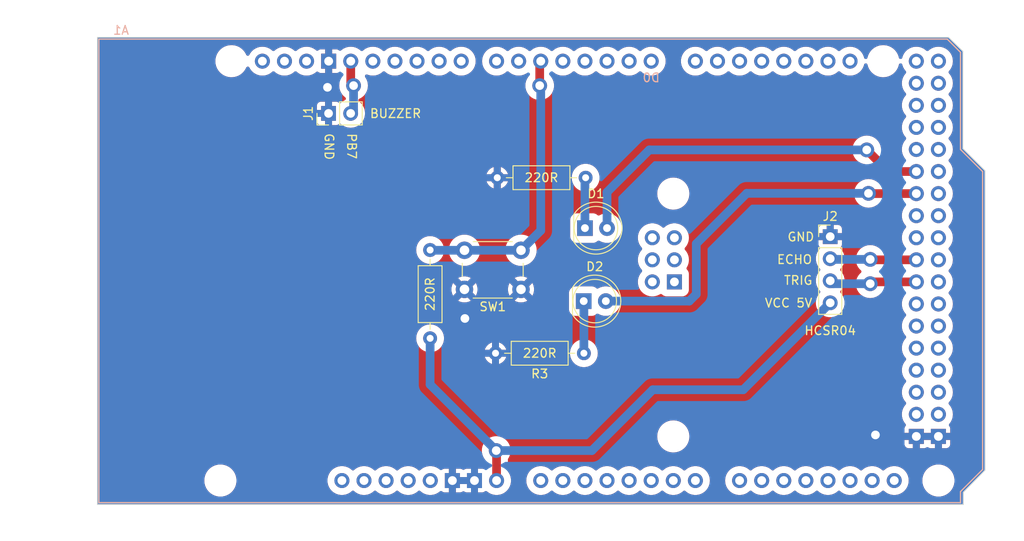
<source format=kicad_pcb>
(kicad_pcb (version 20221018) (generator pcbnew)
  (layers (0 "F.Cu" signal) (31 "B.Cu" signal) (34 "B.Paste" user) (35 "F.Paste" user) (36 "B.SilkS" user "B.Silkscreen") (37 "F.SilkS" user "F.Silkscreen") (38 "B.Mask" user) (39 "F.Mask" user) (44 "Edge.Cuts" user))
  (net 0 "")
  (net 23 "Net-(D2-A)")
  (net 58 "GND")
  (net 67 "Net-(D2-K)")
  (net 75 "Net-(J1-Pin_2)")
  (net 78 "Echo")
  (net 79 "Trig")
  (net 83 "Net-(A1-PadD5)")
  (net 86 "Net-(D1-A)")
  (net 87 "5V")
  (net 88 "3V3")
  (net 89 "Net-(D1-K)")
  (footprint "Resistor_THT:R_Axial_DIN0207_L6.3mm_D2.5mm_P10.16mm_Horizontal" (layer "F.Cu") (at 142.2 100.68 90)
    (fp_text reference "R1" hide)
    (fp_text value "220R" (at 5.08 0 90) (layer "F.SilkS"))
    (fp_line (start 1.04 0) (end 1.81 0) (stroke (width 0.12)) (layer "F.SilkS"))
    (fp_line (start 1.81 -1.37) (end 1.81 1.37) (stroke (width 0.12)) (layer "F.SilkS"))
    (fp_line (start 1.81 1.37) (end 8.35 1.37) (stroke (width 0.12)) (layer "F.SilkS"))
    (fp_line (start 8.35 -1.37) (end 1.81 -1.37) (stroke (width 0.12)) (layer "F.SilkS"))
    (fp_line (start 8.35 1.37) (end 8.35 -1.37) (stroke (width 0.12)) (layer "F.SilkS"))
    (fp_line (start 9.12 0) (end 8.35 0) (stroke (width 0.12)) (layer "F.SilkS"))
    (pad "1" thru_hole circle (at 0 0 90) (size 1.6 1.6) (drill 0.8) (layers "*.Cu" "*.Mask") (net 87 "5V"))
    (pad "2" thru_hole oval (at 10.16 0 90) (size 1.6 1.6) (drill 0.8) (layers "*.Cu" "*.Mask") (net 83 "Net-(A1-PadD5)"))
  )
  (footprint "Button_Switch_THT:SW_PUSH_6mm_H8mm" (layer "F.Cu") (at 152.65 95.05 180)
    (fp_text reference "SW1" (at 3.25 -2) (layer "F.SilkS"))
    (fp_text value "SW_Push")
    (fp_line (start -0.25 1.5) (end -0.25 3) (stroke (width 0.12)) (layer "F.SilkS"))
    (fp_line (start 1 5.5) (end 5.5 5.5) (stroke (width 0.12)) (layer "F.SilkS"))
    (fp_line (start 5.5 -1) (end 1 -1) (stroke (width 0.12)) (layer "F.SilkS"))
    (fp_line (start 6.75 3) (end 6.75 1.5) (stroke (width 0.12)) (layer "F.SilkS"))
    (pad "1" thru_hole circle (at 0 0 270) (size 2 2) (drill 1.1) (layers "*.Cu" "*.Mask") (net 58 "GND"))
    (pad "1" thru_hole circle (at 6.5 0 270) (size 2 2) (drill 1.1) (layers "*.Cu" "*.Mask") (net 58 "GND"))
    (pad "2" thru_hole circle (at 0 4.5 270) (size 2 2) (drill 1.1) (layers "*.Cu" "*.Mask") (net 83 "Net-(A1-PadD5)"))
    (pad "2" thru_hole circle (at 6.5 4.5 270) (size 2 2) (drill 1.1) (layers "*.Cu" "*.Mask") (net 83 "Net-(A1-PadD5)"))
  )
  (footprint "LED_THT:LED_D5.0mm" (layer "F.Cu") (at 159.86 96.4)
    (fp_text reference "D2" (at 1.27 -3.96) (layer "F.SilkS"))
    (fp_text value "LED")
    (fp_line (start -1.29 -1.545) (end -1.29 1.545) (stroke (width 0.12)) (layer "F.SilkS"))
    (fp_arc (start -1.29 -1.54483) (mid 2.072002 -2.880433) (end 4.26 0.000462) (stroke (width 0.12)) (layer "F.SilkS"))
    (fp_arc (start 4.26 -0.000462) (mid 2.072002 2.880433) (end -1.29 1.54483) (stroke (width 0.12)) (layer "F.SilkS"))
    (fp_circle (center 1.27 0) (end 3.77 0) (stroke (width 0.12)) (fill none) (layer "F.SilkS"))
    (pad "1" thru_hole rect (at 0 0) (size 1.8 1.8) (drill 0.9) (layers "*.Cu" "*.Mask") (net 67 "Net-(D2-K)"))
    (pad "2" thru_hole circle (at 2.54 0) (size 1.8 1.8) (drill 0.9) (layers "*.Cu" "*.Mask") (net 23 "Net-(D2-A)"))
  )
  (footprint "PCM_arduino-library:Arduino_Mega2560_R3_Shield" (layer "F.Cu") (at 104.12 119.59)
    (fp_text reference "A1" (at 2.54 -54.356) (layer "B.SilkS") (effects (justify mirror)))
    (fp_text value "Arduino_Mega2560_R3_Shield")
    (fp_text user "D0" (at 63.5 -48.895 unlocked) (layer "B.SilkS") (effects (justify mirror)))
    (fp_line (start 0 -53.34) (end 0 0) (stroke (width 0.15)) (layer "B.SilkS"))
    (fp_line (start 0 -53.34) (end 97.536 -53.34) (stroke (width 0.15)) (layer "B.SilkS"))
    (fp_line (start 0 0) (end 99.06 0) (stroke (width 0.15)) (layer "B.SilkS"))
    (fp_line (start 97.536 -53.34) (end 99.06 -51.816) (stroke (width 0.15)) (layer "B.SilkS"))
    (fp_line (start 99.06 -40.64) (end 99.06 -51.816) (stroke (width 0.15)) (layer "B.SilkS"))
    (fp_line (start 99.06 -1.27) (end 101.6 -3.81) (stroke (width 0.15)) (layer "B.SilkS"))
    (fp_line (start 99.06 0) (end 99.06 -1.27) (stroke (width 0.15)) (layer "B.SilkS"))
    (fp_line (start 101.6 -38.1) (end 99.06 -40.64) (stroke (width 0.15)) (layer "B.SilkS"))
    (fp_line (start 101.6 -3.81) (end 101.6 -38.1) (stroke (width 0.15)) (layer "B.SilkS"))
    (pad "" np_thru_hole circle (at 13.97 -2.54) (size 3.2 3.2) (drill 3.2) (layers "*.Cu" "*.Mask"))
    (pad "" np_thru_hole circle (at 15.24 -50.8) (size 3.2 3.2) (drill 3.2) (layers "*.Cu" "*.Mask"))
    (pad "" thru_hole oval (at 27.94 -2.54) (size 1.7272 1.7272) (drill 1.016) (layers "*.Cu" "*.Mask"))
    (pad "" np_thru_hole circle (at 66.04 -35.56) (size 3.2 3.2) (drill 3.2) (layers "*.Cu" "*.Mask"))
    (pad "" np_thru_hole circle (at 66.04 -7.62) (size 3.2 3.2) (drill 3.2) (layers "*.Cu" "*.Mask"))
    (pad "" np_thru_hole circle (at 90.17 -50.8) (size 3.2 3.2) (drill 3.2) (layers "*.Cu" "*.Mask"))
    (pad "" np_thru_hole circle (at 96.52 -2.54) (size 3.2 3.2) (drill 3.2) (layers "*.Cu" "*.Mask"))
    (pad "3V3" thru_hole oval (at 35.56 -2.54) (size 1.7272 1.7272) (drill 1.016) (layers "*.Cu" "*.Mask") (net 88 "3V3"))
    (pad "5V1" thru_hole oval (at 38.1 -2.54) (size 1.7272 1.7272) (drill 1.016) (layers "*.Cu" "*.Mask"))
    (pad "5V2" thru_hole oval (at 66.167 -30.48) (size 1.7272 1.7272) (drill 1.016) (layers "*.Cu" "*.Mask"))
    (pad "5V3" thru_hole oval (at 93.98 -50.8) (size 1.7272 1.7272) (drill 1.016) (layers "*.Cu" "*.Mask"))
    (pad "5V4" thru_hole oval (at 96.52 -50.8) (size 1.7272 1.7272) (drill 1.016) (layers "*.Cu" "*.Mask"))
    (pad "A0" thru_hole oval (at 50.8 -2.54) (size 1.7272 1.7272) (drill 1.016) (layers "*.Cu" "*.Mask"))
    (pad "A1" thru_hole oval (at 53.34 -2.54) (size 1.7272 1.7272) (drill 1.016) (layers "*.Cu" "*.Mask"))
    (pad "A2" thru_hole oval (at 55.88 -2.54) (size 1.7272 1.7272) (drill 1.016) (layers "*.Cu" "*.Mask"))
    (pad "A3" thru_hole oval (at 58.42 -2.54) (size 1.7272 1.7272) (drill 1.016) (layers "*.Cu" "*.Mask"))
    (pad "A4" thru_hole oval (at 60.96 -2.54) (size 1.7272 1.7272) (drill 1.016) (layers "*.Cu" "*.Mask"))
    (pad "A5" thru_hole oval (at 63.5 -2.54) (size 1.7272 1.7272) (drill 1.016) (layers "*.Cu" "*.Mask"))
    (pad "A6" thru_hole oval (at 66.04 -2.54) (size 1.7272 1.7272) (drill 1.016) (layers "*.Cu" "*.Mask"))
    (pad "A7" thru_hole oval (at 68.58 -2.54) (size 1.7272 1.7272) (drill 1.016) (layers "*.Cu" "*.Mask"))
    (pad "A8" thru_hole oval (at 73.66 -2.54) (size 1.7272 1.7272) (drill 1.016) (layers "*.Cu" "*.Mask"))
    (pad "A9" thru_hole oval (at 76.2 -2.54) (size 1.7272 1.7272) (drill 1.016) (layers "*.Cu" "*.Mask"))
    (pad "A10" thru_hole oval (at 78.74 -2.54) (size 1.7272 1.7272) (drill 1.016) (layers "*.Cu" "*.Mask"))
    (pad "A11" thru_hole oval (at 81.28 -2.54) (size 1.7272 1.7272) (drill 1.016) (layers "*.Cu" "*.Mask"))
    (pad "A12" thru_hole oval (at 83.82 -2.54) (size 1.7272 1.7272) (drill 1.016) (layers "*.Cu" "*.Mask"))
    (pad "A13" thru_hole oval (at 86.36 -2.54) (size 1.7272 1.7272) (drill 1.016) (layers "*.Cu" "*.Mask"))
    (pad "A14" thru_hole oval (at 88.9 -2.54) (size 1.7272 1.7272) (drill 1.016) (layers "*.Cu" "*.Mask"))
    (pad "A15" thru_hole oval (at 91.44 -2.54) (size 1.7272 1.7272) (drill 1.016) (layers "*.Cu" "*.Mask"))
    (pad "AREF" thru_hole oval (at 23.876 -50.8) (size 1.7272 1.7272) (drill 1.016) (layers "*.Cu" "*.Mask"))
    (pad "D0" thru_hole oval (at 63.5 -50.8) (size 1.7272 1.7272) (drill 1.016) (layers "*.Cu" "*.Mask"))
    (pad "D1" thru_hole oval (at 60.96 -50.8) (size 1.7272 1.7272) (drill 1.016) (layers "*.Cu" "*.Mask"))
    (pad "D2" thru_hole oval (at 58.42 -50.8) (size 1.7272 1.7272) (drill 1.016) (layers "*.Cu" "*.Mask"))
    (pad "D3" thru_hole oval (at 55.88 -50.8) (size 1.7272 1.7272) (drill 1.016) (layers "*.Cu" "*.Mask"))
    (pad "D4" thru_hole oval (at 53.34 -50.8) (size 1.7272 1.7272) (drill 1.016) (layers "*.Cu" "*.Mask"))
    (pad "D5" thru_hole oval (at 50.8 -50.8) (size 1.7272 1.7272) (drill 1.016) (layers "*.Cu" "*.Mask") (net 83 "Net-(A1-PadD5)"))
    (pad "D6" thru_hole oval (at 48.26 -50.8) (size 1.7272 1.7272) (drill 1.016) (layers "*.Cu" "*.Mask"))
    (pad "D7" thru_hole oval (at 45.72 -50.8) (size 1.7272 1.7272) (drill 1.016) (layers "*.Cu" "*.Mask"))
    (pad "D8" thru_hole oval (at 41.656 -50.8) (size 1.7272 1.7272) (drill 1.016) (layers "*.Cu" "*.Mask"))
    (pad "D9" thru_hole oval (at 39.116 -50.8) (size 1.7272 1.7272) (drill 1.016) (layers "*.Cu" "*.Mask"))
    (pad "D10" thru_hole oval (at 36.576 -50.8) (size 1.7272 1.7272) (drill 1.016) (layers "*.Cu" "*.Mask"))
    (pad "D11" thru_hole oval (at 34.036 -50.8) (size 1.7272 1.7272) (drill 1.016) (layers "*.Cu" "*.Mask"))
    (pad "D12" thru_hole oval (at 31.496 -50.8) (size 1.7272 1.7272) (drill 1.016) (layers "*.Cu" "*.Mask"))
    (pad "D13" thru_hole oval (at 28.956 -50.8) (size 1.7272 1.7272) (drill 1.016) (layers "*.Cu" "*.Mask") (net 75 "Net-(J1-Pin_2)"))
    (pad "D14" thru_hole oval (at 68.58 -50.8) (size 1.7272 1.7272) (drill 1.016) (layers "*.Cu" "*.Mask"))
    (pad "D15" thru_hole oval (at 71.12 -50.8) (size 1.7272 1.7272) (drill 1.016) (layers "*.Cu" "*.Mask"))
    (pad "D16" thru_hole oval (at 73.66 -50.8) (size 1.7272 1.7272) (drill 1.016) (layers "*.Cu" "*.Mask"))
    (pad "D17" thru_hole oval (at 76.2 -50.8) (size 1.7272 1.7272) (drill 1.016) (layers "*.Cu" "*.Mask"))
    (pad "D18" thru_hole oval (at 78.74 -50.8) (size 1.7272 1.7272) (drill 1.016) (layers "*.Cu" "*.Mask"))
    (pad "D19" thru_hole oval (at 81.28 -50.8) (size 1.7272 1.7272) (drill 1.016) (layers "*.Cu" "*.Mask"))
    (pad "D20" thru_hole oval (at 83.82 -50.8) (size 1.7272 1.7272) (drill 1.016) (layers "*.Cu" "*.Mask"))
    (pad "D21" thru_hole oval (at 86.36 -50.8) (size 1.7272 1.7272) (drill 1.016) (layers "*.Cu" "*.Mask"))
    (pad "D22" thru_hole oval (at 93.98 -48.26) (size 1.7272 1.7272) (drill 1.016) (layers "*.Cu" "*.Mask"))
    (pad "D23" thru_hole oval (at 96.52 -48.26) (size 1.7272 1.7272) (drill 1.016) (layers "*.Cu" "*.Mask"))
    (pad "D24" thru_hole oval (at 93.98 -45.72) (size 1.7272 1.7272) (drill 1.016) (layers "*.Cu" "*.Mask"))
    (pad "D25" thru_hole oval (at 96.52 -45.72) (size 1.7272 1.7272) (drill 1.016) (layers "*.Cu" "*.Mask"))
    (pad "D26" thru_hole oval (at 93.98 -43.18) (size 1.7272 1.7272) (drill 1.016) (layers "*.Cu" "*.Mask"))
    (pad "D27" thru_hole oval (at 96.52 -43.18) (size 1.7272 1.7272) (drill 1.016) (layers "*.Cu" "*.Mask"))
    (pad "D28" thru_hole oval (at 93.98 -40.64) (size 1.7272 1.7272) (drill 1.016) (layers "*.Cu" "*.Mask"))
    (pad "D29" thru_hole oval (at 96.52 -40.64) (size 1.7272 1.7272) (drill 1.016) (layers "*.Cu" "*.Mask"))
    (pad "D30" thru_hole oval (at 93.98 -38.1) (size 1.7272 1.7272) (drill 1.016) (layers "*.Cu" "*.Mask") (net 86 "Net-(D1-A)"))
    (pad "D31" thru_hole oval (at 96.52 -38.1) (size 1.7272 1.7272) (drill 1.016) (layers "*.Cu" "*.Mask"))
    (pad "D32" thru_hole oval (at 93.98 -35.56) (size 1.7272 1.7272) (drill 1.016) (layers "*.Cu" "*.Mask") (net 23 "Net-(D2-A)"))
    (pad "D33" thru_hole oval (at 96.52 -35.56) (size 1.7272 1.7272) (drill 1.016) (layers "*.Cu" "*.Mask"))
    (pad "D34" thru_hole oval (at 93.98 -33.02) (size 1.7272 1.7272) (drill 1.016) (layers "*.Cu" "*.Mask"))
    (pad "D35" thru_hole oval (at 96.52 -33.02) (size 1.7272 1.7272) (drill 1.016) (layers "*.Cu" "*.Mask"))
    (pad "D36" thru_hole oval (at 93.98 -30.48) (size 1.7272 1.7272) (drill 1.016) (layers "*.Cu" "*.Mask"))
    (pad "D37" thru_hole oval (at 96.52 -30.48) (size 1.7272 1.7272) (drill 1.016) (layers "*.Cu" "*.Mask"))
    (pad "D38" thru_hole oval (at 93.98 -27.94) (size 1.7272 1.7272) (drill 1.016) (layers "*.Cu" "*.Mask") (net 78 "Echo"))
    (pad "D39" thru_hole oval (at 96.52 -27.94) (size 1.7272 1.7272) (drill 1.016) (layers "*.Cu" "*.Mask"))
    (pad "D40" thru_hole oval (at 93.98 -25.4) (size 1.7272 1.7272) (drill 1.016) (layers "*.Cu" "*.Mask") (net 79 "Trig"))
    (pad "D41" thru_hole oval (at 96.52 -25.4) (size 1.7272 1.7272) (drill 1.016) (layers "*.Cu" "*.Mask"))
    (pad "D42" thru_hole oval (at 93.98 -22.86) (size 1.7272 1.7272) (drill 1.016) (layers "*.Cu" "*.Mask"))
    (pad "D43" thru_hole oval (at 96.52 -22.86) (size 1.7272 1.7272) (drill 1.016) (layers "*.Cu" "*.Mask"))
    (pad "D44" thru_hole oval (at 93.98 -20.32) (size 1.7272 1.7272) (drill 1.016) (layers "*.Cu" "*.Mask"))
    (pad "D45" thru_hole oval (at 96.52 -20.32) (size 1.7272 1.7272) (drill 1.016) (layers "*.Cu" "*.Mask"))
    (pad "D46" thru_hole oval (at 93.98 -17.78) (size 1.7272 1.7272) (drill 1.016) (layers "*.Cu" "*.Mask"))
    (pad "D47" thru_hole oval (at 96.52 -17.78) (size 1.7272 1.7272) (drill 1.016) (layers "*.Cu" "*.Mask"))
    (pad "D48" thru_hole oval (at 93.98 -15.24) (size 1.7272 1.7272) (drill 1.016) (layers "*.Cu" "*.Mask"))
    (pad "D49" thru_hole oval (at 96.52 -15.24) (size 1.7272 1.7272) (drill 1.016) (layers "*.Cu" "*.Mask"))
    (pad "D50" thru_hole oval (at 93.98 -12.7) (size 1.7272 1.7272) (drill 1.016) (layers "*.Cu" "*.Mask"))
    (pad "D51" thru_hole oval (at 96.52 -12.7) (size 1.7272 1.7272) (drill 1.016) (layers "*.Cu" "*.Mask"))
    (pad "D52" thru_hole oval (at 93.98 -10.16) (size 1.7272 1.7272) (drill 1.016) (layers "*.Cu" "*.Mask"))
    (pad "D53" thru_hole oval (at 96.52 -10.16) (size 1.7272 1.7272) (drill 1.016) (layers "*.Cu" "*.Mask"))
    (pad "GND1" thru_hole rect (at 26.416 -50.8) (size 1.7272 1.7272) (drill 1.016) (layers "*.Cu" "*.Mask") (net 58 "GND"))
    (pad "GND2" thru_hole rect (at 40.64 -2.54) (size 1.7272 1.7272) (drill 1.016) (layers "*.Cu" "*.Mask") (net 58 "GND"))
    (pad "GND3" thru_hole rect (at 43.18 -2.54) (size 1.7272 1.7272) (drill 1.016) (layers "*.Cu" "*.Mask") (net 58 "GND"))
    (pad "GND4" thru_hole rect (at 66.167 -25.4) (size 1.7272 1.7272) (drill 1.016) (layers "*.Cu" "*.Mask"))
    (pad "GND5" thru_hole rect (at 93.98 -7.62) (size 1.7272 1.7272) (drill 1.016) (layers "*.Cu" "*.Mask") (net 58 "GND"))
    (pad "GND6" thru_hole rect (at 96.52 -7.62) (size 1.7272 1.7272) (drill 1.016) (layers "*.Cu" "*.Mask") (net 58 "GND"))
    (pad "IORF" thru_hole oval (at 30.48 -2.54) (size 1.7272 1.7272) (drill 1.016) (layers "*.Cu" "*.Mask"))
    (pad "MISO" thru_hole oval (at 63.627 -30.48) (size 1.7272 1.7272) (drill 1.016) (layers "*.Cu" "*.Mask"))
    (pad "MOSI" thru_hole oval (at 66.167 -27.94) (size 1.7272 1.7272) (drill 1.016) (layers "*.Cu" "*.Mask"))
    (pad "RST1" thru_hole oval (at 33.02 -2.54) (size 1.7272 1.7272) (drill 1.016) (layers "*.Cu" "*.Mask"))
    (pad "RST2" thru_hole oval (at 63.627 -25.4) (size 1.7272 1.7272) (drill 1.016) (layers "*.Cu" "*.Mask"))
    (pad "SCK" thru_hole oval (at 63.627 -27.94) (size 1.7272 1.7272) (drill 1.016) (layers "*.Cu" "*.Mask"))
    (pad "SCL" thru_hole oval (at 18.796 -50.8) (size 1.7272 1.7272) (drill 1.016) (layers "*.Cu" "*.Mask"))
    (pad "SDA" thru_hole oval (at 21.336 -50.8) (size 1.7272 1.7272) (drill 1.016) (layers "*.Cu" "*.Mask"))
    (pad "VIN" thru_hole oval (at 45.72 -2.54) (size 1.7272 1.7272) (drill 1.016) (layers "*.Cu" "*.Mask") (net 87 "5V"))
  )
  (footprint "LED_THT:LED_D5.0mm" (layer "F.Cu") (at 160 88)
    (fp_text reference "D1" (at 1.27 -3.96) (layer "F.SilkS"))
    (fp_text value "LED")
    (fp_line (start -1.29 -1.545) (end -1.29 1.545) (stroke (width 0.12)) (layer "F.SilkS"))
    (fp_arc (start -1.29 -1.54483) (mid 2.072002 -2.880433) (end 4.26 0.000462) (stroke (width 0.12)) (layer "F.SilkS"))
    (fp_arc (start 4.26 -0.000462) (mid 2.072002 2.880433) (end -1.29 1.54483) (stroke (width 0.12)) (layer "F.SilkS"))
    (fp_circle (center 1.27 0) (end 3.77 0) (stroke (width 0.12)) (fill none) (layer "F.SilkS"))
    (pad "1" thru_hole rect (at 0 0) (size 1.8 1.8) (drill 0.9) (layers "*.Cu" "*.Mask") (net 89 "Net-(D1-K)"))
    (pad "2" thru_hole circle (at 2.54 0) (size 1.8 1.8) (drill 0.9) (layers "*.Cu" "*.Mask") (net 86 "Net-(D1-A)"))
  )
  (footprint "Resistor_THT:R_Axial_DIN0207_L6.3mm_D2.5mm_P10.16mm_Horizontal" (layer "F.Cu") (at 159.88 102.4 180)
    (fp_text reference "R3" (at 5.08 -2.37) (layer "F.SilkS"))
    (fp_text value "220R" (at 5.08 0) (layer "F.SilkS"))
    (fp_line (start 1.04 0) (end 1.81 0) (stroke (width 0.12)) (layer "F.SilkS"))
    (fp_line (start 1.81 -1.37) (end 1.81 1.37) (stroke (width 0.12)) (layer "F.SilkS"))
    (fp_line (start 1.81 1.37) (end 8.35 1.37) (stroke (width 0.12)) (layer "F.SilkS"))
    (fp_line (start 8.35 -1.37) (end 1.81 -1.37) (stroke (width 0.12)) (layer "F.SilkS"))
    (fp_line (start 8.35 1.37) (end 8.35 -1.37) (stroke (width 0.12)) (layer "F.SilkS"))
    (fp_line (start 9.12 0) (end 8.35 0) (stroke (width 0.12)) (layer "F.SilkS"))
    (pad "1" thru_hole circle (at 0 0 180) (size 1.6 1.6) (drill 0.8) (layers "*.Cu" "*.Mask") (net 67 "Net-(D2-K)"))
    (pad "2" thru_hole oval (at 10.16 0 180) (size 1.6 1.6) (drill 0.8) (layers "*.Cu" "*.Mask") (net 58 "GND"))
  )
  (footprint "Connector_PinHeader_2.54mm:PinHeader_1x02_P2.54mm_Vertical" (layer "F.Cu") (at 130.525 74.8 90)
    (fp_text reference "J1" (at 0 -2.33 90) (layer "F.SilkS"))
    (fp_text value "Buzzer")
    (fp_line (start -1.33 -1.33) (end 0 -1.33) (stroke (width 0.12)) (layer "F.SilkS"))
    (fp_line (start -1.33 0) (end -1.33 -1.33) (stroke (width 0.12)) (layer "F.SilkS"))
    (fp_line (start -1.33 1.27) (end -1.33 3.87) (stroke (width 0.12)) (layer "F.SilkS"))
    (fp_line (start -1.33 1.27) (end 1.33 1.27) (stroke (width 0.12)) (layer "F.SilkS"))
    (fp_line (start -1.33 3.87) (end 1.33 3.87) (stroke (width 0.12)) (layer "F.SilkS"))
    (fp_line (start 1.33 1.27) (end 1.33 3.87) (stroke (width 0.12)) (layer "F.SilkS"))
    (pad "1" thru_hole rect (at 0 0 90) (size 1.7 1.7) (drill 1) (layers "*.Cu" "*.Mask") (net 58 "GND"))
    (pad "2" thru_hole oval (at 0 2.54 90) (size 1.7 1.7) (drill 1) (layers "*.Cu" "*.Mask") (net 75 "Net-(J1-Pin_2)"))
  )
  (footprint "Connector_PinHeader_2.54mm:PinHeader_1x04_P2.54mm_Vertical" (layer "F.Cu") (at 188.2 88.98)
    (fp_text reference "J2" (at 0 -2.33) (layer "F.SilkS"))
    (fp_text value "HCSR04" (at 0 10.82) (layer "F.SilkS"))
    (fp_line (start -1.33 -1.33) (end 0 -1.33) (stroke (width 0.12)) (layer "F.SilkS"))
    (fp_line (start -1.33 0) (end -1.33 -1.33) (stroke (width 0.12)) (layer "F.SilkS"))
    (fp_line (start -1.33 1.27) (end -1.33 8.95) (stroke (width 0.12)) (layer "F.SilkS"))
    (fp_line (start -1.33 1.27) (end 1.33 1.27) (stroke (width 0.12)) (layer "F.SilkS"))
    (fp_line (start -1.33 8.95) (end 1.33 8.95) (stroke (width 0.12)) (layer "F.SilkS"))
    (fp_line (start 1.33 1.27) (end 1.33 8.95) (stroke (width 0.12)) (layer "F.SilkS"))
    (pad "1" thru_hole rect (at 0 0) (size 1.7 1.7) (drill 1) (layers "*.Cu" "*.Mask") (net 58 "GND"))
    (pad "2" thru_hole oval (at 0 2.54) (size 1.7 1.7) (drill 1) (layers "*.Cu" "*.Mask") (net 78 "Echo"))
    (pad "3" thru_hole oval (at 0 5.08) (size 1.7 1.7) (drill 1) (layers "*.Cu" "*.Mask") (net 79 "Trig"))
    (pad "4" thru_hole oval (at 0 7.62) (size 1.7 1.7) (drill 1) (layers "*.Cu" "*.Mask") (net 87 "5V"))
  )
  (footprint "Resistor_THT:R_Axial_DIN0207_L6.3mm_D2.5mm_P10.16mm_Horizontal" (layer "F.Cu") (at 160.08 82.2 180)
    (fp_text reference "R2" hide)
    (fp_text value "220R" (at 5.08 0) (layer "F.SilkS"))
    (fp_line (start 1.04 0) (end 1.81 0) (stroke (width 0.12)) (layer "F.SilkS"))
    (fp_line (start 1.81 -1.37) (end 1.81 1.37) (stroke (width 0.12)) (layer "F.SilkS"))
    (fp_line (start 1.81 1.37) (end 8.35 1.37) (stroke (width 0.12)) (layer "F.SilkS"))
    (fp_line (start 8.35 -1.37) (end 1.81 -1.37) (stroke (width 0.12)) (layer "F.SilkS"))
    (fp_line (start 8.35 1.37) (end 8.35 -1.37) (stroke (width 0.12)) (layer "F.SilkS"))
    (fp_line (start 9.12 0) (end 8.35 0) (stroke (width 0.12)) (layer "F.SilkS"))
    (pad "1" thru_hole circle (at 0 0 180) (size 1.6 1.6) (drill 0.8) (layers "*.Cu" "*.Mask") (net 89 "Net-(D1-K)"))
    (pad "2" thru_hole oval (at 10.16 0 180) (size 1.6 1.6) (drill 0.8) (layers "*.Cu" "*.Mask") (net 58 "GND"))
  )
  (gr_line (start 203.45 67.65) (end 203.45 78.85) (stroke (width 0.1)) (layer "Edge.Cuts"))
  (gr_line (start 203.5 118.4) (end 203.5 119.8) (stroke (width 0.1)) (layer "Edge.Cuts"))
  (gr_line (start 103.95 119.8) (end 103.95 66.05) (stroke (width 0.1)) (layer "Edge.Cuts"))
  (gr_line (start 206 81.4) (end 206 115.85) (stroke (width 0.1)) (layer "Edge.Cuts"))
  (gr_line (start 201.8 66.05) (end 203.45 67.65) (stroke (width 0.1)) (layer "Edge.Cuts"))
  (gr_line (start 103.95 66.05) (end 201.8 66.05) (stroke (width 0.1)) (layer "Edge.Cuts"))
  (gr_line (start 203.45 78.85) (end 206 81.4) (stroke (width 0.1)) (layer "Edge.Cuts"))
  (gr_line (start 206 115.85) (end 203.5 118.4) (stroke (width 0.1)) (layer "Edge.Cuts"))
  (gr_line (start 203.5 119.8) (end 103.95 119.8) (stroke (width 0.1)) (layer "Edge.Cuts"))
  (gr_text "TRIG" (at 182.8 94.6) (layer "F.SilkS") (effects (font (size 1 1)) (justify left bottom)))
  (gr_text "VCC 5V" (at 180.6 97.2) (layer "F.SilkS") (effects (font (size 1 1)) (justify left bottom)))
  (gr_text "GND" (at 130 77 -90) (layer "F.SilkS") (effects (font (size 1 1)) (justify left bottom)))
  (gr_text "PB7" (at 132.6 77 270) (layer "F.SilkS") (effects (font (size 1 1)) (justify left bottom)))
  (gr_text "GND" (at 183.2 89.6) (layer "F.SilkS") (effects (font (size 1 1)) (justify left bottom)))
  (gr_text "ECHO" (at 182 92.2) (layer "F.SilkS") (effects (font (size 1 1)) (justify left bottom)))
  (gr_text "BUZZER" (at 135.2 75.4) (layer "F.SilkS") (effects (font (size 1 1)) (justify left bottom)))
  (segment (start 198.1 84.03) (end 192.63 84.03) (width 1) (layer "F.Cu") (net 23))
  (segment (start 192.63 84.03) (end 192.6 84) (width 1) (layer "F.Cu") (net 23))
  (via (at 192.6 84) (size 1.7) (drill 1) (layers "F.Cu" "B.Cu") (net 23))
  (segment (start 172.8 89.8) (end 172.8 95.6) (width 1) (layer "B.Cu") (net 23))
  (segment (start 192.6 84) (end 178.6 84) (width 1) (layer "B.Cu") (net 23))
  (segment (start 178.6 84) (end 172.8 89.8) (width 1) (layer "B.Cu") (net 23))
  (segment (start 172.8 95.6) (end 172 96.4) (width 1) (layer "B.Cu") (net 23))
  (segment (start 172 96.4) (end 162.4 96.4) (width 1) (layer "B.Cu") (net 23))
  (via (at 146.2 98.4) (size 1.7) (drill 1) (layers "F.Cu" "B.Cu") (net 58))
  (via (at 193.4 111.8) (size 1.7) (drill 1) (layers "F.Cu" "B.Cu") (net 58))
  (via (at 130.4 71.8) (size 1.7) (drill 1) (layers "F.Cu" "B.Cu") (net 58))
  (segment (start 159.88 102.4) (end 159.88 96.42) (width 1) (layer "B.Cu") (net 67))
  (segment (start 159.88 96.42) (end 159.86 96.4) (width 1) (layer "B.Cu") (net 67))
  (segment (start 133.076 71.276) (end 133.4 71.6) (width 1) (layer "F.Cu") (net 75))
  (segment (start 133.076 68.79) (end 133.076 71.276) (width 1) (layer "F.Cu") (net 75))
  (via (at 133.4 71.6) (size 1.7) (drill 1) (layers "F.Cu" "B.Cu") (net 75))
  (segment (start 133.4 71.6) (end 133.4 74.465) (width 1) (layer "B.Cu") (net 75))
  (segment (start 133.065 68.801) (end 133.076 68.79) (width 1) (layer "B.Cu") (net 75))
  (segment (start 133.4 74.465) (end 133.065 74.8) (width 1) (layer "B.Cu") (net 75))
  (segment (start 198.1 91.65) (end 192.85 91.65) (width 1) (layer "F.Cu") (net 78))
  (segment (start 192.85 91.65) (end 192.8 91.6) (width 1) (layer "F.Cu") (net 78))
  (via (at 192.8 91.6) (size 1.7) (drill 1) (layers "F.Cu" "B.Cu") (net 78))
  (segment (start 192.8 91.6) (end 188.28 91.6) (width 1) (layer "B.Cu") (net 78))
  (segment (start 188.28 91.6) (end 188.2 91.52) (width 1) (layer "B.Cu") (net 78))
  (segment (start 197.97 91.52) (end 198.1 91.65) (width 1) (layer "B.Cu") (net 78))
  (segment (start 193.01 94.19) (end 192.8 94.4) (width 1) (layer "F.Cu") (net 79))
  (segment (start 198.1 94.19) (end 193.01 94.19) (width 1) (layer "F.Cu") (net 79))
  (via (at 192.8 94.4) (size 1.7) (drill 1) (layers "F.Cu" "B.Cu") (net 79))
  (segment (start 188.54 94.4) (end 188.2 94.06) (width 1) (layer "B.Cu") (net 79))
  (segment (start 192.8 94.4) (end 188.54 94.4) (width 1) (layer "B.Cu") (net 79))
  (segment (start 154.8 68.91) (end 154.92 68.79) (width 1) (layer "F.Cu") (net 83))
  (segment (start 154.8 71.6) (end 154.8 68.91) (width 1) (layer "F.Cu") (net 83))
  (via (at 154.8 71.6) (size 1.7) (drill 1) (layers "F.Cu" "B.Cu") (net 83))
  (segment (start 146.15 90.55) (end 142.23 90.55) (width 1) (layer "B.Cu") (net 83))
  (segment (start 154.92 71.72) (end 154.8 71.6) (width 1) (layer "B.Cu") (net 83))
  (segment (start 142.23 90.55) (end 142.2 90.52) (width 1) (layer "B.Cu") (net 83))
  (segment (start 146.15 90.55) (end 152.65 90.55) (width 1) (layer "B.Cu") (net 83))
  (segment (start 154.92 88.28) (end 152.65 90.55) (width 1) (layer "B.Cu") (net 83))
  (segment (start 154.92 88.28) (end 154.92 71.72) (width 1) (layer "B.Cu") (net 83))
  (segment (start 194.89 81.49) (end 192.4 79) (width 1) (layer "F.Cu") (net 86))
  (segment (start 198.1 81.49) (end 194.89 81.49) (width 1) (layer "F.Cu") (net 86))
  (via (at 192.4 79) (size 1.7) (drill 1) (layers "F.Cu" "B.Cu") (net 86))
  (segment (start 192.4 79) (end 167.4 79) (width 1) (layer "B.Cu") (net 86))
  (segment (start 162.54 88) (end 162.54 83.86) (width 1) (layer "B.Cu") (net 86))
  (segment (start 162.54 83.86) (end 166.4 80) (width 1) (layer "B.Cu") (net 86))
  (segment (start 167.4 79) (end 166.4 80) (width 1) (layer "B.Cu") (net 86))
  (segment (start 149.84 113.64) (end 149.8 113.6) (width 1) (layer "F.Cu") (net 87))
  (segment (start 149.84 117.05) (end 149.84 113.64) (width 1) (layer "F.Cu") (net 87))
  (via (at 149.8 113.6) (size 1.7) (drill 1) (layers "F.Cu" "B.Cu") (net 87))
  (segment (start 149.8 113.6) (end 142.2 106) (width 1) (layer "B.Cu") (net 87))
  (segment (start 160.8 113.6) (end 167.8 106.6) (width 1) (layer "B.Cu") (net 87))
  (segment (start 167.8 106.6) (end 178.2 106.6) (width 1) (layer "B.Cu") (net 87))
  (segment (start 149.8 113.6) (end 160.8 113.6) (width 1) (layer "B.Cu") (net 87))
  (segment (start 142.2 106) (end 142.2 100.68) (width 1) (layer "B.Cu") (net 87))
  (segment (start 178.2 106.6) (end 188.2 96.6) (width 1) (layer "B.Cu") (net 87))
  (segment (start 160 82.28) (end 160.08 82.2) (width 1) (layer "B.Cu") (net 89))
  (segment (start 160 88) (end 160 82.28) (width 1) (layer "B.Cu") (net 89))
  (zone (net 58) (net_name "GND") (layers "F&B.Cu") (connect_pads (clearance 0.8)) (min_thickness 0.4) (fill yes (thermal_gap 0.5) (thermal_bridge_width 0.8))
    (polygon (pts (xy 92.75 121.5) (xy 100 61.75) (xy 204.25 62.5) (xy 209 68.25) (xy 209.75 79) (xy 210.5 86.25) (xy 208.25 119.75) (xy 205.5 122) (xy 204.5 124)))
  )
)
</source>
